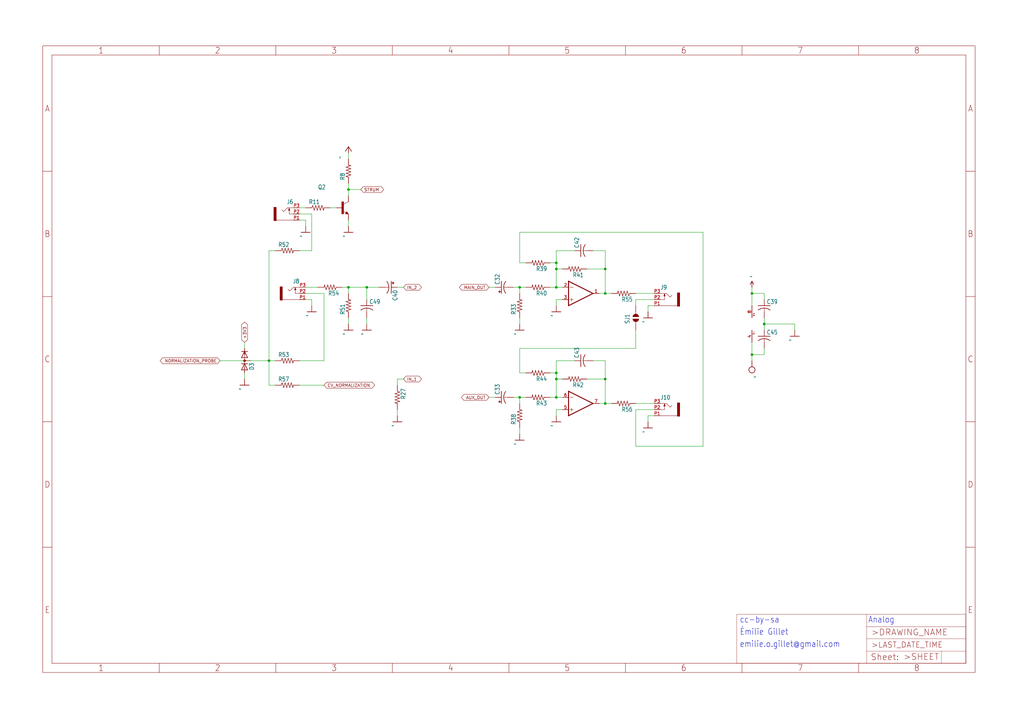
<source format=kicad_sch>
(kicad_sch (version 20211123) (generator eeschema)
  (paper "User" 425.45 299.161)
  (lib_symbols
    (symbol "rings_v30-eagle-import:+3V3" (power)
      (property "Value" "+3V3" (at -2.54 -5.08 90))
      (symbol "+3V3_1_0"
        (polyline (pts (xy 0 0) (xy -1.27 -1.905)) (stroke (width 0.254)))
        (polyline (pts (xy 1.27 -1.905) (xy 0 0)) (stroke (width 0.254)))
        (pin power_in line (at 0 -2.54 90) (length 2.54) (name "+3V3") (number "1"))
      )
    )
    (symbol "rings_v30-eagle-import:-NPN-SOT23-BEC"
      (property "Reference" "T" (at -10.16 7.62 0))
      (property "Value" "-NPN-SOT23-BEC" (at -10.16 5.08 0))
      (symbol "-NPN-SOT23-BEC_1_0"
        (rectangle (start -0.254 -2.54) (end 0.508 2.54) (fill (type outline)))
        (polyline (pts (xy 1.27 -2.54) (xy 1.778 -1.524)) (stroke (width 0.1524)))
        (polyline (pts (xy 1.524 -2.413) (xy 2.286 -2.413)) (stroke (width 0.254)))
        (polyline (pts (xy 1.524 -2.286) (xy 1.905 -2.286)) (stroke (width 0.254)))
        (polyline (pts (xy 1.54 -2.04) (xy 0.308 -1.424)) (stroke (width 0.1524)))
        (polyline (pts (xy 1.778 -1.778) (xy 1.524 -2.286)) (stroke (width 0.254)))
        (polyline (pts (xy 1.778 -1.524) (xy 2.54 -2.54)) (stroke (width 0.1524)))
        (polyline (pts (xy 1.905 -2.286) (xy 1.778 -2.032)) (stroke (width 0.254)))
        (polyline (pts (xy 2.286 -2.413) (xy 1.778 -1.778)) (stroke (width 0.254)))
        (polyline (pts (xy 2.54 -2.54) (xy 1.27 -2.54)) (stroke (width 0.1524)))
        (polyline (pts (xy 2.54 2.54) (xy 0.508 1.524)) (stroke (width 0.1524)))
        (pin passive line (at -2.54 0 0) (length 2.54) (name "B") (number "B"))
        (pin passive line (at 2.54 5.08 270) (length 2.54) (name "C") (number "C"))
        (pin passive line (at 2.54 -5.08 90) (length 2.54) (name "E") (number "E"))
      )
    )
    (symbol "rings_v30-eagle-import:A3L-LOC"
      (symbol "A3L-LOC_0_0"
        (polyline (pts (xy 0 52.07) (xy 3.81 52.07)))
        (polyline (pts (xy 0 104.14) (xy 3.81 104.14)))
        (polyline (pts (xy 0 156.21) (xy 3.81 156.21)))
        (polyline (pts (xy 0 208.28) (xy 3.81 208.28)))
        (polyline (pts (xy 3.81 3.81) (xy 3.81 256.54)))
        (polyline (pts (xy 48.4188 0) (xy 48.4188 3.81)))
        (polyline (pts (xy 48.4188 256.54) (xy 48.4188 260.35)))
        (polyline (pts (xy 96.8375 0) (xy 96.8375 3.81)))
        (polyline (pts (xy 96.8375 256.54) (xy 96.8375 260.35)))
        (polyline (pts (xy 145.2563 0) (xy 145.2563 3.81)))
        (polyline (pts (xy 145.2563 256.54) (xy 145.2563 260.35)))
        (polyline (pts (xy 193.675 0) (xy 193.675 3.81)))
        (polyline (pts (xy 193.675 256.54) (xy 193.675 260.35)))
        (polyline (pts (xy 242.0938 0) (xy 242.0938 3.81)))
        (polyline (pts (xy 242.0938 256.54) (xy 242.0938 260.35)))
        (polyline (pts (xy 290.5125 0) (xy 290.5125 3.81)))
        (polyline (pts (xy 290.5125 256.54) (xy 290.5125 260.35)))
        (polyline (pts (xy 338.9313 0) (xy 338.9313 3.81)))
        (polyline (pts (xy 338.9313 256.54) (xy 338.9313 260.35)))
        (polyline (pts (xy 383.54 3.81) (xy 3.81 3.81)))
        (polyline (pts (xy 383.54 3.81) (xy 383.54 256.54)))
        (polyline (pts (xy 383.54 52.07) (xy 387.35 52.07)))
        (polyline (pts (xy 383.54 104.14) (xy 387.35 104.14)))
        (polyline (pts (xy 383.54 156.21) (xy 387.35 156.21)))
        (polyline (pts (xy 383.54 208.28) (xy 387.35 208.28)))
        (polyline (pts (xy 383.54 256.54) (xy 3.81 256.54)))
        (polyline (pts (xy 0 0) (xy 387.35 0) (xy 387.35 260.35) (xy 0 260.35) (xy 0 0)))
        (text "1" (at 24.2094 1.905 0) (effects (font (size 2.54 2.286))))
        (text "1" (at 24.2094 258.445 0) (effects (font (size 2.54 2.286))))
        (text "2" (at 72.6281 1.905 0) (effects (font (size 2.54 2.286))))
        (text "2" (at 72.6281 258.445 0) (effects (font (size 2.54 2.286))))
        (text "3" (at 121.0469 1.905 0) (effects (font (size 2.54 2.286))))
        (text "3" (at 121.0469 258.445 0) (effects (font (size 2.54 2.286))))
        (text "4" (at 169.4656 1.905 0) (effects (font (size 2.54 2.286))))
        (text "4" (at 169.4656 258.445 0) (effects (font (size 2.54 2.286))))
        (text "5" (at 217.8844 1.905 0) (effects (font (size 2.54 2.286))))
        (text "5" (at 217.8844 258.445 0) (effects (font (size 2.54 2.286))))
        (text "6" (at 266.3031 1.905 0) (effects (font (size 2.54 2.286))))
        (text "6" (at 266.3031 258.445 0) (effects (font (size 2.54 2.286))))
        (text "7" (at 314.7219 1.905 0) (effects (font (size 2.54 2.286))))
        (text "7" (at 314.7219 258.445 0) (effects (font (size 2.54 2.286))))
        (text "8" (at 363.1406 1.905 0) (effects (font (size 2.54 2.286))))
        (text "8" (at 363.1406 258.445 0) (effects (font (size 2.54 2.286))))
        (text "A" (at 1.905 234.315 0) (effects (font (size 2.54 2.286))))
        (text "A" (at 385.445 234.315 0) (effects (font (size 2.54 2.286))))
        (text "B" (at 1.905 182.245 0) (effects (font (size 2.54 2.286))))
        (text "B" (at 385.445 182.245 0) (effects (font (size 2.54 2.286))))
        (text "C" (at 1.905 130.175 0) (effects (font (size 2.54 2.286))))
        (text "C" (at 385.445 130.175 0) (effects (font (size 2.54 2.286))))
        (text "D" (at 1.905 78.105 0) (effects (font (size 2.54 2.286))))
        (text "D" (at 385.445 78.105 0) (effects (font (size 2.54 2.286))))
        (text "E" (at 1.905 26.035 0) (effects (font (size 2.54 2.286))))
        (text "E" (at 385.445 26.035 0) (effects (font (size 2.54 2.286))))
      )
      (symbol "A3L-LOC_1_0"
        (polyline (pts (xy 288.29 3.81) (xy 288.29 24.13)) (stroke (width 0.1016)))
        (polyline (pts (xy 288.29 3.81) (xy 342.265 3.81)) (stroke (width 0.1016)))
        (polyline (pts (xy 288.29 24.13) (xy 342.265 24.13)) (stroke (width 0.1016)))
        (polyline (pts (xy 342.265 3.81) (xy 373.38 3.81)) (stroke (width 0.1016)))
        (polyline (pts (xy 342.265 8.89) (xy 342.265 3.81)) (stroke (width 0.1016)))
        (polyline (pts (xy 342.265 8.89) (xy 342.265 13.97)) (stroke (width 0.1016)))
        (polyline (pts (xy 342.265 13.97) (xy 342.265 19.05)) (stroke (width 0.1016)))
        (polyline (pts (xy 342.265 13.97) (xy 383.54 13.97)) (stroke (width 0.1016)))
        (polyline (pts (xy 342.265 19.05) (xy 342.265 24.13)) (stroke (width 0.1016)))
        (polyline (pts (xy 342.265 19.05) (xy 383.54 19.05)) (stroke (width 0.1016)))
        (polyline (pts (xy 342.265 24.13) (xy 383.54 24.13)) (stroke (width 0.1016)))
        (polyline (pts (xy 373.38 3.81) (xy 373.38 8.89)) (stroke (width 0.1016)))
        (polyline (pts (xy 373.38 3.81) (xy 383.54 3.81)) (stroke (width 0.1016)))
        (polyline (pts (xy 373.38 8.89) (xy 342.265 8.89)) (stroke (width 0.1016)))
        (polyline (pts (xy 373.38 8.89) (xy 383.54 8.89)) (stroke (width 0.1016)))
        (polyline (pts (xy 383.54 3.81) (xy 383.54 8.89)) (stroke (width 0.1016)))
        (polyline (pts (xy 383.54 8.89) (xy 383.54 13.97)) (stroke (width 0.1016)))
        (polyline (pts (xy 383.54 13.97) (xy 383.54 19.05)) (stroke (width 0.1016)))
        (polyline (pts (xy 383.54 19.05) (xy 383.54 24.13)) (stroke (width 0.1016)))
        (text ">DRAWING_NAME" (at 344.17 15.24 0) (effects (font (size 2.54 2.54)) (justify left bottom)))
        (text ">LAST_DATE_TIME" (at 344.17 10.16 0) (effects (font (size 2.286 2.286)) (justify left bottom)))
        (text ">SHEET" (at 357.505 5.08 0) (effects (font (size 2.54 2.54)) (justify left bottom)))
        (text "Sheet:" (at 343.916 4.953 0) (effects (font (size 2.54 2.54)) (justify left bottom)))
      )
    )
    (symbol "rings_v30-eagle-import:C-USC0603"
      (property "Reference" "C" (at 1.016 0.635 0))
      (property "Value" "C-USC0603" (at 1.016 -4.191 0))
      (symbol "C-USC0603_1_0"
        (arc (start 0 -1.0161) (mid -1.302 -1.2303) (end -2.4668 -1.8504) (stroke (width 0.254)))
        (polyline (pts (xy -2.54 0) (xy 2.54 0)) (stroke (width 0.254)))
        (polyline (pts (xy 0 -1.016) (xy 0 -2.54)) (stroke (width 0.1524)))
        (arc (start 2.4892 -1.8542) (mid 1.3158 -1.2195) (end 0 -1) (stroke (width 0.254)))
        (pin passive line (at 0 2.54 270) (length 2.54) (name "1") (number "1"))
        (pin passive line (at 0 -5.08 90) (length 2.54) (name "2") (number "2"))
      )
    )
    (symbol "rings_v30-eagle-import:CPOL-USA"
      (property "Reference" "C" (at 1.016 0.635 0))
      (property "Value" "CPOL-USA" (at 1.016 -4.191 0))
      (symbol "CPOL-USA_1_0"
        (rectangle (start -2.253 0.668) (end -1.364 0.795) (fill (type outline)))
        (rectangle (start -1.872 0.287) (end -1.745 1.176) (fill (type outline)))
        (arc (start 0 -1.0161) (mid -1.3021 -1.2302) (end -2.4669 -1.8504) (stroke (width 0.254)))
        (polyline (pts (xy -2.54 0) (xy 2.54 0)) (stroke (width 0.254)))
        (polyline (pts (xy 0 -1.016) (xy 0 -2.54)) (stroke (width 0.1524)))
        (arc (start 2.4892 -1.8542) (mid 1.3158 -1.2195) (end 0 -1) (stroke (width 0.254)))
        (pin passive line (at 0 2.54 270) (length 2.54) (name "+") (number "+"))
        (pin passive line (at 0 -5.08 90) (length 2.54) (name "-") (number "-"))
      )
    )
    (symbol "rings_v30-eagle-import:DIODE_2CACA-SOT23"
      (property "Reference" "D" (at 0.762 2.0066 0))
      (property "Value" "DIODE_2CACA-SOT23" (at -4.826 -3.4544 0))
      (symbol "DIODE_2CACA-SOT23_1_0"
        (polyline (pts (xy -3.81 -1.27) (xy -3.81 0)) (stroke (width 0.254)))
        (polyline (pts (xy -3.81 0) (xy -3.81 1.27)) (stroke (width 0.254)))
        (polyline (pts (xy -3.81 0) (xy -1.27 -1.27)) (stroke (width 0.254)))
        (polyline (pts (xy -3.81 0) (xy 1.27 0)) (stroke (width 0.1524)))
        (polyline (pts (xy -2.54 0) (xy -3.81 0)) (stroke (width 0.1524)))
        (polyline (pts (xy -1.27 -1.27) (xy -1.27 1.27)) (stroke (width 0.254)))
        (polyline (pts (xy -1.27 1.27) (xy -3.81 0)) (stroke (width 0.254)))
        (polyline (pts (xy 1.27 -1.27) (xy 1.27 0)) (stroke (width 0.254)))
        (polyline (pts (xy 1.27 0) (xy 1.27 1.27)) (stroke (width 0.254)))
        (polyline (pts (xy 1.27 0) (xy 3.81 -1.27)) (stroke (width 0.254)))
        (polyline (pts (xy 2.54 0) (xy 1.27 0)) (stroke (width 0.1524)))
        (polyline (pts (xy 3.81 -1.27) (xy 3.81 1.27)) (stroke (width 0.254)))
        (polyline (pts (xy 3.81 1.27) (xy 1.27 0)) (stroke (width 0.254)))
        (circle (center 0 0) (radius 0.127) (stroke (width 0.4064)))
        (pin passive line (at 5.08 0 180) (length 2.54) (name "A") (number "1"))
        (pin passive line (at -5.08 0 0) (length 2.54) (name "C") (number "2"))
        (pin passive line (at 0 2.54 270) (length 2.54) (name "AC") (number "3"))
      )
    )
    (symbol "rings_v30-eagle-import:GND" (power)
      (property "Value" "GND" (at -2.54 -2.54 0))
      (symbol "GND_1_0"
        (polyline (pts (xy -1.905 0) (xy 1.905 0)) (stroke (width 0.254)))
        (pin power_in line (at 0 2.54 270) (length 2.54) (name "GND") (number "1"))
      )
    )
    (symbol "rings_v30-eagle-import:PJ301_THONKICONN6"
      (property "Reference" "J" (at -2.54 4.064 0))
      (symbol "PJ301_THONKICONN6_1_0"
        (polyline (pts (xy -2.54 -2.54) (xy 4.572 -2.54)) (stroke (width 0.1524)))
        (polyline (pts (xy -2.54 0) (xy -0.762 0)) (stroke (width 0.1524)))
        (polyline (pts (xy -2.54 2.54) (xy 0 2.54)) (stroke (width 0.1524)))
        (polyline (pts (xy -1.016 1.524) (xy -0.508 1.524)) (stroke (width 0.254)))
        (polyline (pts (xy -0.762 0) (xy -0.762 2.286)) (stroke (width 0.1524)))
        (polyline (pts (xy -0.762 2.286) (xy -1.016 1.524)) (stroke (width 0.254)))
        (polyline (pts (xy -0.508 1.524) (xy -0.762 2.286)) (stroke (width 0.254)))
        (polyline (pts (xy 0 2.54) (xy 1.524 1.016)) (stroke (width 0.1524)))
        (polyline (pts (xy 1.524 1.016) (xy 2.286 1.778)) (stroke (width 0.1524)))
        (rectangle (start 4.572 2.794) (end 5.588 -2.794) (fill (type outline)))
        (pin passive line (at -5.08 -2.54 0) (length 2.54) (name "1") (number "P1"))
        (pin passive line (at -5.08 0 0) (length 2.54) (name "2") (number "P2"))
        (pin passive line (at -5.08 2.54 0) (length 2.54) (name "3") (number "P3"))
      )
    )
    (symbol "rings_v30-eagle-import:R-US_R0603"
      (property "Reference" "R" (at -3.81 1.4986 0))
      (property "Value" "R-US_R0603" (at -3.81 -3.302 0))
      (symbol "R-US_R0603_1_0"
        (polyline (pts (xy -2.54 0) (xy -2.159 1.016)) (stroke (width 0.2032)))
        (polyline (pts (xy -2.159 1.016) (xy -1.524 -1.016)) (stroke (width 0.2032)))
        (polyline (pts (xy -1.524 -1.016) (xy -0.889 1.016)) (stroke (width 0.2032)))
        (polyline (pts (xy -0.889 1.016) (xy -0.254 -1.016)) (stroke (width 0.2032)))
        (polyline (pts (xy -0.254 -1.016) (xy 0.381 1.016)) (stroke (width 0.2032)))
        (polyline (pts (xy 0.381 1.016) (xy 1.016 -1.016)) (stroke (width 0.2032)))
        (polyline (pts (xy 1.016 -1.016) (xy 1.651 1.016)) (stroke (width 0.2032)))
        (polyline (pts (xy 1.651 1.016) (xy 2.286 -1.016)) (stroke (width 0.2032)))
        (polyline (pts (xy 2.286 -1.016) (xy 2.54 0)) (stroke (width 0.2032)))
        (pin passive line (at -5.08 0 0) (length 2.54) (name "1") (number "1"))
        (pin passive line (at 5.08 0 180) (length 2.54) (name "2") (number "2"))
      )
    )
    (symbol "rings_v30-eagle-import:SOLDERJUMPERNC2"
      (property "Reference" "SJ" (at -2.54 2.54 0))
      (symbol "SOLDERJUMPERNC2_1_0"
        (arc (start -0.381 1.2699) (mid -1.6508 0) (end -0.381 -1.2699) (stroke (width 0.0001)) (fill (type outline)))
        (polyline (pts (xy -2.54 0) (xy -1.651 0)) (stroke (width 0.1524)))
        (polyline (pts (xy 2.54 0) (xy 1.651 0)) (stroke (width 0.1524)))
        (arc (start 0.381 -1.2699) (mid 1.6508 0) (end 0.381 1.2699) (stroke (width 0.0001)) (fill (type outline)))
        (pin passive line (at -5.08 0 0) (length 2.54) (name "1") (number "1"))
        (pin passive line (at 5.08 0 180) (length 2.54) (name "2") (number "2"))
      )
    )
    (symbol "rings_v30-eagle-import:TL072D"
      (symbol "TL072D_1_0"
        (polyline (pts (xy -5.08 -5.08) (xy 5.08 0)) (stroke (width 0.4064)))
        (polyline (pts (xy -5.08 5.08) (xy -5.08 -5.08)) (stroke (width 0.4064)))
        (polyline (pts (xy -4.445 -2.54) (xy -3.175 -2.54)) (stroke (width 0.1524)))
        (polyline (pts (xy -4.445 2.54) (xy -3.175 2.54)) (stroke (width 0.1524)))
        (polyline (pts (xy -3.81 3.175) (xy -3.81 1.905)) (stroke (width 0.1524)))
        (polyline (pts (xy 5.08 0) (xy -5.08 5.08)) (stroke (width 0.4064)))
        (pin output line (at 7.62 0 180) (length 2.54) (name "OUT") (number "1"))
        (pin input line (at -7.62 -2.54 0) (length 2.54) (name "-IN") (number "2"))
        (pin input line (at -7.62 2.54 0) (length 2.54) (name "+IN") (number "3"))
      )
      (symbol "TL072D_2_0"
        (polyline (pts (xy -5.08 -5.08) (xy 5.08 0)) (stroke (width 0.4064)))
        (polyline (pts (xy -5.08 5.08) (xy -5.08 -5.08)) (stroke (width 0.4064)))
        (polyline (pts (xy -4.445 -2.54) (xy -3.175 -2.54)) (stroke (width 0.1524)))
        (polyline (pts (xy -4.445 2.54) (xy -3.175 2.54)) (stroke (width 0.1524)))
        (polyline (pts (xy -3.81 3.175) (xy -3.81 1.905)) (stroke (width 0.1524)))
        (polyline (pts (xy 5.08 0) (xy -5.08 5.08)) (stroke (width 0.4064)))
        (pin input line (at -7.62 2.54 0) (length 2.54) (name "+IN") (number "5"))
        (pin input line (at -7.62 -2.54 0) (length 2.54) (name "-IN") (number "6"))
        (pin output line (at 7.62 0 180) (length 2.54) (name "OUT") (number "7"))
      )
      (symbol "TL072D_3_0"
        (text "V+" (at 1.27 3.175 900) (effects (font (size 0.8128 0.6908)) (justify left bottom)))
        (text "V-" (at 1.27 -4.445 900) (effects (font (size 0.8128 0.6908)) (justify left bottom)))
        (pin power_in line (at 0 -7.62 90) (length 5.08) (name "V-") (number "4"))
        (pin power_in line (at 0 7.62 270) (length 5.08) (name "V+") (number "8"))
      )
    )
    (symbol "rings_v30-eagle-import:VCC" (power)
      (property "Value" "VCC" (at -1.016 3.556 0))
      (symbol "VCC_1_0"
        (polyline (pts (xy 0 2.54) (xy -0.762 1.27)) (stroke (width 0.254)))
        (polyline (pts (xy 0.762 1.27) (xy 0 2.54)) (stroke (width 0.254)))
        (pin power_in line (at 0 0 90) (length 2.54) (name "VCC") (number "1"))
      )
    )
    (symbol "rings_v30-eagle-import:VEE" (power)
      (property "Value" "VEE" (at -1.905 3.175 0))
      (symbol "VEE_1_0"
        (circle (center 0 1.27) (radius 1.27) (stroke (width 0.254)))
        (pin power_in line (at 0 -2.54 90) (length 2.54) (name "VEE") (number "1"))
      )
    )
  )
  (junction (at 251.46 111.76))
  (junction (at 251.46 157.48))
  (junction (at 111.76 149.86))
  (junction (at 215.9 165.1))
  (junction (at 144.78 78.74))
  (junction (at 231.14 154.94))
  (junction (at 215.9 119.38))
  (junction (at 312.42 147.32))
  (junction (at 251.46 167.64))
  (junction (at 152.4 119.38))
  (junction (at 251.46 121.92))
  (junction (at 231.14 157.48))
  (junction (at 231.14 165.1))
  (junction (at 317.5 134.62))
  (junction (at 144.78 119.38))
  (junction (at 312.42 121.92))
  (junction (at 231.14 109.22))
  (junction (at 231.14 119.38))
  (junction (at 231.14 111.76))
  (wire (pts (xy 312.42 147.32) (xy 312.42 149.86)))
  (wire (pts (xy 213.36 165.1) (xy 215.9 165.1)))
  (wire (pts (xy 231.14 119.38) (xy 231.14 111.76)))
  (wire (pts (xy 317.5 134.62) (xy 330.2 134.62)))
  (wire (pts (xy 231.14 157.48) (xy 231.14 154.94)))
  (wire (pts (xy 292.1 185.42) (xy 292.1 96.52)))
  (wire (pts (xy 165.1 157.48) (xy 167.64 157.48)))
  (wire (pts (xy 317.5 134.62) (xy 317.5 137.16)))
  (wire (pts (xy 231.14 111.76) (xy 233.68 111.76)))
  (wire (pts (xy 205.74 165.1) (xy 203.2 165.1)))
  (wire (pts (xy 142.24 119.38) (xy 144.78 119.38)))
  (wire (pts (xy 246.38 149.86) (xy 251.46 149.86)))
  (wire (pts (xy 231.14 154.94) (xy 231.14 149.86)))
  (wire (pts (xy 127 91.44) (xy 127 93.98)))
  (wire (pts (xy 231.14 109.22) (xy 231.14 104.14)))
  (wire (pts (xy 144.78 119.38) (xy 144.78 121.92)))
  (wire (pts (xy 264.16 137.16) (xy 264.16 144.78)))
  (wire (pts (xy 251.46 167.64) (xy 254 167.64)))
  (wire (pts (xy 231.14 124.46) (xy 231.14 127)))
  (wire (pts (xy 205.74 119.38) (xy 203.2 119.38)))
  (wire (pts (xy 231.14 170.18) (xy 231.14 172.72)))
  (wire (pts (xy 264.16 185.42) (xy 292.1 185.42)))
  (wire (pts (xy 124.46 86.36) (xy 127 86.36)))
  (wire (pts (xy 251.46 104.14) (xy 251.46 111.76)))
  (wire (pts (xy 124.46 91.44) (xy 127 91.44)))
  (wire (pts (xy 165.1 170.18) (xy 165.1 172.72)))
  (wire (pts (xy 264.16 170.18) (xy 264.16 185.42)))
  (wire (pts (xy 312.42 127) (xy 312.42 121.92)))
  (wire (pts (xy 269.24 127) (xy 269.24 129.54)))
  (wire (pts (xy 127 121.92) (xy 134.62 121.92)))
  (wire (pts (xy 231.14 119.38) (xy 233.68 119.38)))
  (wire (pts (xy 228.6 165.1) (xy 231.14 165.1)))
  (wire (pts (xy 124.46 160.02) (xy 134.62 160.02)))
  (wire (pts (xy 251.46 149.86) (xy 251.46 157.48)))
  (wire (pts (xy 152.4 132.08) (xy 152.4 134.62)))
  (wire (pts (xy 292.1 96.52) (xy 215.9 96.52)))
  (wire (pts (xy 165.1 160.02) (xy 165.1 157.48)))
  (wire (pts (xy 264.16 167.64) (xy 271.78 167.64)))
  (wire (pts (xy 152.4 119.38) (xy 157.48 119.38)))
  (wire (pts (xy 215.9 165.1) (xy 215.9 167.64)))
  (wire (pts (xy 215.9 165.1) (xy 218.44 165.1)))
  (wire (pts (xy 269.24 172.72) (xy 269.24 175.26)))
  (wire (pts (xy 144.78 132.08) (xy 144.78 134.62)))
  (wire (pts (xy 101.6 154.94) (xy 101.6 157.48)))
  (wire (pts (xy 144.78 91.44) (xy 144.78 93.98)))
  (wire (pts (xy 215.9 119.38) (xy 218.44 119.38)))
  (wire (pts (xy 271.78 170.18) (xy 264.16 170.18)))
  (wire (pts (xy 251.46 121.92) (xy 248.92 121.92)))
  (wire (pts (xy 231.14 165.1) (xy 231.14 157.48)))
  (wire (pts (xy 233.68 170.18) (xy 231.14 170.18)))
  (wire (pts (xy 231.14 157.48) (xy 233.68 157.48)))
  (wire (pts (xy 317.5 147.32) (xy 317.5 144.78)))
  (wire (pts (xy 101.6 144.78) (xy 101.6 142.24)))
  (wire (pts (xy 111.76 149.86) (xy 111.76 160.02)))
  (wire (pts (xy 129.54 124.46) (xy 129.54 127)))
  (wire (pts (xy 127 119.38) (xy 132.08 119.38)))
  (wire (pts (xy 231.14 149.86) (xy 238.76 149.86)))
  (wire (pts (xy 215.9 144.78) (xy 215.9 154.94)))
  (wire (pts (xy 312.42 121.92) (xy 317.5 121.92)))
  (wire (pts (xy 91.44 149.86) (xy 111.76 149.86)))
  (wire (pts (xy 231.14 104.14) (xy 238.76 104.14)))
  (wire (pts (xy 215.9 132.08) (xy 215.9 134.62)))
  (wire (pts (xy 312.42 142.24) (xy 312.42 147.32)))
  (wire (pts (xy 251.46 121.92) (xy 254 121.92)))
  (wire (pts (xy 111.76 104.14) (xy 111.76 149.86)))
  (wire (pts (xy 264.16 127) (xy 264.16 124.46)))
  (wire (pts (xy 111.76 160.02) (xy 114.3 160.02)))
  (wire (pts (xy 231.14 111.76) (xy 231.14 109.22)))
  (wire (pts (xy 144.78 78.74) (xy 149.86 78.74)))
  (wire (pts (xy 264.16 121.92) (xy 271.78 121.92)))
  (wire (pts (xy 213.36 119.38) (xy 215.9 119.38)))
  (wire (pts (xy 215.9 96.52) (xy 215.9 109.22)))
  (wire (pts (xy 129.54 88.9) (xy 124.46 88.9)))
  (wire (pts (xy 243.84 157.48) (xy 251.46 157.48)))
  (wire (pts (xy 152.4 119.38) (xy 152.4 124.46)))
  (wire (pts (xy 215.9 119.38) (xy 215.9 121.92)))
  (wire (pts (xy 246.38 104.14) (xy 251.46 104.14)))
  (wire (pts (xy 144.78 78.74) (xy 144.78 76.2)))
  (wire (pts (xy 312.42 147.32) (xy 317.5 147.32)))
  (wire (pts (xy 271.78 124.46) (xy 264.16 124.46)))
  (wire (pts (xy 124.46 149.86) (xy 134.62 149.86)))
  (wire (pts (xy 114.3 104.14) (xy 111.76 104.14)))
  (wire (pts (xy 228.6 109.22) (xy 231.14 109.22)))
  (wire (pts (xy 165.1 119.38) (xy 167.64 119.38)))
  (wire (pts (xy 144.78 81.28) (xy 144.78 78.74)))
  (wire (pts (xy 124.46 104.14) (xy 129.54 104.14)))
  (wire (pts (xy 233.68 124.46) (xy 231.14 124.46)))
  (wire (pts (xy 317.5 132.08) (xy 317.5 134.62)))
  (wire (pts (xy 251.46 157.48) (xy 251.46 167.64)))
  (wire (pts (xy 312.42 121.92) (xy 312.42 119.38)))
  (wire (pts (xy 215.9 177.8) (xy 215.9 180.34)))
  (wire (pts (xy 330.2 134.62) (xy 330.2 137.16)))
  (wire (pts (xy 264.16 144.78) (xy 215.9 144.78)))
  (wire (pts (xy 271.78 172.72) (xy 269.24 172.72)))
  (wire (pts (xy 111.76 149.86) (xy 114.3 149.86)))
  (wire (pts (xy 144.78 119.38) (xy 152.4 119.38)))
  (wire (pts (xy 243.84 111.76) (xy 251.46 111.76)))
  (wire (pts (xy 251.46 111.76) (xy 251.46 121.92)))
  (wire (pts (xy 271.78 127) (xy 269.24 127)))
  (wire (pts (xy 137.16 86.36) (xy 139.7 86.36)))
  (wire (pts (xy 317.5 121.92) (xy 317.5 124.46)))
  (wire (pts (xy 127 124.46) (xy 129.54 124.46)))
  (wire (pts (xy 215.9 109.22) (xy 218.44 109.22)))
  (wire (pts (xy 144.78 66.04) (xy 144.78 63.5)))
  (wire (pts (xy 228.6 119.38) (xy 231.14 119.38)))
  (wire (pts (xy 251.46 167.64) (xy 248.92 167.64)))
  (wire (pts (xy 228.6 154.94) (xy 231.14 154.94)))
  (wire (pts (xy 129.54 104.14) (xy 129.54 88.9)))
  (wire (pts (xy 215.9 154.94) (xy 218.44 154.94)))
  (wire (pts (xy 134.62 149.86) (xy 134.62 121.92)))
  (wire (pts (xy 231.14 165.1) (xy 233.68 165.1)))
  (text "cc-by-sa" (at 307.34 259.08 180) (effects (font (size 2.54 2.159)) (justify left bottom)))
  (text "emilie.o.gillet@gmail.com" (at 307.34 269.24 180) (effects (font (size 2.54 2.159)) (justify left bottom)))
  (text "Émilie Gillet" (at 307.34 264.16 180) (effects (font (size 2.54 2.159)) (justify left bottom)))
  (text "Analog" (at 360.68 259.08 180) (effects (font (size 2.54 2.159)) (justify left bottom)))
  (global_label "STRUM" (shape bidirectional) (at 149.86 78.74 0) (effects (font (size 1.2446 1.2446))) (property "Intersheet References" "${INTERSHEET_REFS}" (effects hide)))
  (global_label "NORMALIZATION_PROBE" (shape bidirectional) (at 91.44 149.86 180) (effects (font (size 1.2446 1.2446))) (property "Intersheet References" "${INTERSHEET_REFS}" (effects hide)))
  (global_label "IN_2" (shape bidirectional) (at 167.64 119.38 0) (effects (font (size 1.2446 1.2446))) (property "Intersheet References" "${INTERSHEET_REFS}" (effects hide)))
  (global_label "IN_1" (shape bidirectional) (at 167.64 157.48 0) (effects (font (size 1.2446 1.2446))) (property "Intersheet References" "${INTERSHEET_REFS}" (effects hide)))
  (global_label "CV_NORMALIZATION" (shape bidirectional) (at 134.62 160.02 0) (effects (font (size 1.2446 1.2446))) (property "Intersheet References" "${INTERSHEET_REFS}" (effects hide)))
  (global_label "MAIN_OUT" (shape bidirectional) (at 203.2 119.38 180) (effects (font (size 1.2446 1.2446))) (property "Intersheet References" "${INTERSHEET_REFS}" (effects hide)))
  (global_label "AUX_OUT" (shape bidirectional) (at 203.2 165.1 180) (effects (font (size 1.2446 1.2446))) (property "Intersheet References" "${INTERSHEET_REFS}" (effects hide)))
  (global_label "+3V3" (shape bidirectional) (at 101.6 142.24 90) (effects (font (size 1.2446 1.2446))) (property "Intersheet References" "${INTERSHEET_REFS}" (effects hide)))
  (symbol (lib_id "rings_v30-eagle-import:-NPN-SOT23-BEC") (at 142.24 86.36 0) (unit 1)
    (property "Reference" "Q2" (at 132.08 78.74 0) (effects (font (size 1.778 1.5113)) (justify left bottom)))
  )
  (symbol (lib_id "rings_v30-eagle-import:R-US_R0603") (at 238.76 111.76 180) (unit 1)
    (property "Reference" "R41" (at 242.57 113.2586 0) (effects (font (size 1.778 1.5113)) (justify left bottom)))
  )
  (symbol (lib_id "rings_v30-eagle-import:TL072D") (at 312.42 134.62 0) (unit 3)
    (property "Reference" "IC8" (effects hide))
  )
  (symbol (lib_id "rings_v30-eagle-import:CPOL-USA") (at 162.56 119.38 270) (unit 1)
    (property "Reference" "C40" (at 163.195 120.396 0) (effects (font (size 1.778 1.5113)) (justify left bottom)))
  )
  (symbol (lib_id "rings_v30-eagle-import:GND") (at 330.2 139.7 0) (unit 1)
    (property "Reference" "#GND41" (effects hide))
  )
  (symbol (lib_id "rings_v30-eagle-import:GND") (at 144.78 137.16 0) (unit 1)
    (property "Reference" "#GND29" (effects hide))
  )
  (symbol (lib_id "rings_v30-eagle-import:CPOL-USA") (at 208.28 165.1 90) (unit 1)
    (property "Reference" "C33" (at 207.645 164.084 0) (effects (font (size 1.778 1.5113)) (justify left bottom)))
  )
  (symbol (lib_id "rings_v30-eagle-import:R-US_R0603") (at 119.38 104.14 0) (unit 1)
    (property "Reference" "R52" (at 115.57 102.6414 0) (effects (font (size 1.778 1.5113)) (justify left bottom)))
  )
  (symbol (lib_id "rings_v30-eagle-import:PJ301_THONKICONN6") (at 276.86 170.18 0) (unit 1)
    (property "Reference" "J10" (at 274.32 166.116 0) (effects (font (size 1.778 1.5113)) (justify left bottom)))
  )
  (symbol (lib_id "rings_v30-eagle-import:PJ301_THONKICONN6") (at 121.92 121.92 0) (mirror y) (unit 1)
    (property "Reference" "J8" (at 124.46 117.856 0) (effects (font (size 1.778 1.5113)) (justify left bottom)))
  )
  (symbol (lib_id "rings_v30-eagle-import:GND") (at 144.78 96.52 0) (unit 1)
    (property "Reference" "#GND42" (effects hide))
  )
  (symbol (lib_id "rings_v30-eagle-import:R-US_R0603") (at 137.16 119.38 180) (unit 1)
    (property "Reference" "R54" (at 140.97 120.8786 0) (effects (font (size 1.778 1.5113)) (justify left bottom)))
  )
  (symbol (lib_id "rings_v30-eagle-import:C-USC0603") (at 241.3 149.86 90) (unit 1)
    (property "Reference" "C43" (at 240.665 148.844 0) (effects (font (size 1.778 1.5113)) (justify left bottom)))
  )
  (symbol (lib_id "rings_v30-eagle-import:C-USC0603") (at 317.5 139.7 0) (unit 1)
    (property "Reference" "C45" (at 318.516 139.065 0) (effects (font (size 1.778 1.5113)) (justify left bottom)))
  )
  (symbol (lib_id "rings_v30-eagle-import:GND") (at 231.14 175.26 0) (unit 1)
    (property "Reference" "#GND32" (effects hide))
  )
  (symbol (lib_id "rings_v30-eagle-import:GND") (at 231.14 129.54 0) (unit 1)
    (property "Reference" "#GND38" (effects hide))
  )
  (symbol (lib_id "rings_v30-eagle-import:C-USC0603") (at 317.5 127 0) (unit 1)
    (property "Reference" "C39" (at 318.516 126.365 0) (effects (font (size 1.778 1.5113)) (justify left bottom)))
  )
  (symbol (lib_id "rings_v30-eagle-import:R-US_R0603") (at 165.1 165.1 270) (unit 1)
    (property "Reference" "R27" (at 166.5986 161.29 0) (effects (font (size 1.778 1.5113)) (justify left bottom)))
  )
  (symbol (lib_id "rings_v30-eagle-import:GND") (at 129.54 129.54 0) (unit 1)
    (property "Reference" "#GND27" (effects hide))
  )
  (symbol (lib_id "rings_v30-eagle-import:R-US_R0603") (at 132.08 86.36 0) (unit 1)
    (property "Reference" "R11" (at 128.27 84.8614 0) (effects (font (size 1.778 1.5113)) (justify left bottom)))
  )
  (symbol (lib_id "rings_v30-eagle-import:CPOL-USA") (at 208.28 119.38 90) (unit 1)
    (property "Reference" "C32" (at 207.645 118.364 0) (effects (font (size 1.778 1.5113)) (justify left bottom)))
  )
  (symbol (lib_id "rings_v30-eagle-import:DIODE_2CACA-SOT23") (at 101.6 149.86 270) (unit 1)
    (property "Reference" "D3" (at 103.6066 150.622 0) (effects (font (size 1.778 1.5113)) (justify left bottom)))
  )
  (symbol (lib_id "rings_v30-eagle-import:R-US_R0603") (at 215.9 127 90) (unit 1)
    (property "Reference" "R33" (at 214.4014 130.81 0) (effects (font (size 1.778 1.5113)) (justify left bottom)))
  )
  (symbol (lib_id "rings_v30-eagle-import:GND") (at 101.6 160.02 0) (unit 1)
    (property "Reference" "#GND52" (effects hide))
  )
  (symbol (lib_id "rings_v30-eagle-import:R-US_R0603") (at 144.78 127 90) (unit 1)
    (property "Reference" "R51" (at 143.2814 130.81 0) (effects (font (size 1.778 1.5113)) (justify left bottom)))
  )
  (symbol (lib_id "rings_v30-eagle-import:TL072D") (at 241.3 121.92 0) (mirror x) (unit 1)
    (property "Reference" "IC8" (effects hide))
  )
  (symbol (lib_id "rings_v30-eagle-import:PJ301_THONKICONN6") (at 276.86 124.46 0) (unit 1)
    (property "Reference" "J9" (at 274.32 120.396 0) (effects (font (size 1.778 1.5113)) (justify left bottom)))
  )
  (symbol (lib_id "rings_v30-eagle-import:+3V3") (at 144.78 60.96 0) (unit 1)
    (property "Reference" "#+3V7" (effects hide))
  )
  (symbol (lib_id "rings_v30-eagle-import:SOLDERJUMPERNC2") (at 264.16 132.08 90) (unit 1)
    (property "Reference" "SJ1" (at 261.62 134.62 0) (effects (font (size 1.778 1.5113)) (justify left bottom)))
  )
  (symbol (lib_id "rings_v30-eagle-import:GND") (at 215.9 182.88 0) (unit 1)
    (property "Reference" "#GND31" (effects hide))
  )
  (symbol (lib_id "rings_v30-eagle-import:R-US_R0603") (at 223.52 109.22 180) (unit 1)
    (property "Reference" "R39" (at 227.33 110.7186 0) (effects (font (size 1.778 1.5113)) (justify left bottom)))
  )
  (symbol (lib_id "rings_v30-eagle-import:GND") (at 165.1 175.26 0) (unit 1)
    (property "Reference" "#GND22" (effects hide))
  )
  (symbol (lib_id "rings_v30-eagle-import:A3L-LOC") (at 17.78 279.4 0) (unit 1)
    (property "Reference" "#FRAME1" (effects hide))
  )
  (symbol (lib_id "rings_v30-eagle-import:GND") (at 152.4 137.16 0) (unit 1)
    (property "Reference" "#GND30" (effects hide))
  )
  (symbol (lib_id "rings_v30-eagle-import:GND") (at 269.24 177.8 0) (unit 1)
    (property "Reference" "#GND33" (effects hide))
  )
  (symbol (lib_id "rings_v30-eagle-import:R-US_R0603") (at 259.08 167.64 180) (unit 1)
    (property "Reference" "R56" (at 262.89 169.1386 0) (effects (font (size 1.778 1.5113)) (justify left bottom)))
  )
  (symbol (lib_id "rings_v30-eagle-import:R-US_R0603") (at 223.52 119.38 180) (unit 1)
    (property "Reference" "R40" (at 227.33 120.8786 0) (effects (font (size 1.778 1.5113)) (justify left bottom)))
  )
  (symbol (lib_id "rings_v30-eagle-import:R-US_R0603") (at 215.9 172.72 90) (unit 1)
    (property "Reference" "R38" (at 214.4014 176.53 0) (effects (font (size 1.778 1.5113)) (justify left bottom)))
  )
  (symbol (lib_id "rings_v30-eagle-import:R-US_R0603") (at 119.38 149.86 0) (unit 1)
    (property "Reference" "R53" (at 115.57 148.3614 0) (effects (font (size 1.778 1.5113)) (justify left bottom)))
  )
  (symbol (lib_id "rings_v30-eagle-import:R-US_R0603") (at 119.38 160.02 0) (unit 1)
    (property "Reference" "R57" (at 115.57 158.5214 0) (effects (font (size 1.778 1.5113)) (justify left bottom)))
  )
  (symbol (lib_id "rings_v30-eagle-import:R-US_R0603") (at 223.52 154.94 180) (unit 1)
    (property "Reference" "R44" (at 227.33 156.4386 0) (effects (font (size 1.778 1.5113)) (justify left bottom)))
  )
  (symbol (lib_id "rings_v30-eagle-import:GND") (at 127 96.52 0) (unit 1)
    (property "Reference" "#GND51" (effects hide))
  )
  (symbol (lib_id "rings_v30-eagle-import:C-USC0603") (at 241.3 104.14 90) (unit 1)
    (property "Reference" "C42" (at 240.665 103.124 0) (effects (font (size 1.778 1.5113)) (justify left bottom)))
  )
  (symbol (lib_id "rings_v30-eagle-import:R-US_R0603") (at 144.78 71.12 90) (unit 1)
    (property "Reference" "R8" (at 143.2814 74.93 0) (effects (font (size 1.778 1.5113)) (justify left bottom)))
  )
  (symbol (lib_id "rings_v30-eagle-import:R-US_R0603") (at 238.76 157.48 180) (unit 1)
    (property "Reference" "R42" (at 242.57 158.9786 0) (effects (font (size 1.778 1.5113)) (justify left bottom)))
  )
  (symbol (lib_id "rings_v30-eagle-import:R-US_R0603") (at 223.52 165.1 180) (unit 1)
    (property "Reference" "R43" (at 227.33 166.5986 0) (effects (font (size 1.778 1.5113)) (justify left bottom)))
  )
  (symbol (lib_id "rings_v30-eagle-import:R-US_R0603") (at 259.08 121.92 180) (unit 1)
    (property "Reference" "R55" (at 262.89 123.4186 0) (effects (font (size 1.778 1.5113)) (justify left bottom)))
  )
  (symbol (lib_id "rings_v30-eagle-import:TL072D") (at 241.3 167.64 0) (mirror x) (unit 2)
    (property "Reference" "IC8" (effects hide))
  )
  (symbol (lib_id "rings_v30-eagle-import:C-USC0603") (at 152.4 127 0) (unit 1)
    (property "Reference" "C49" (at 153.416 126.365 0) (effects (font (size 1.778 1.5113)) (justify left bottom)))
  )
  (symbol (lib_id "rings_v30-eagle-import:PJ301_THONKICONN6") (at 119.38 88.9 0) (mirror y) (unit 1)
    (property "Reference" "J6" (at 121.92 84.836 0) (effects (font (size 1.778 1.5113)) (justify left bottom)))
  )
  (symbol (lib_id "rings_v30-eagle-import:VEE") (at 312.42 152.4 180) (unit 1)
    (property "Reference" "#SUPPLY4" (effects hide))
  )
  (symbol (lib_id "rings_v30-eagle-import:GND") (at 269.24 132.08 0) (unit 1)
    (property "Reference" "#GND39" (effects hide))
  )
  (symbol (lib_id "rings_v30-eagle-import:GND") (at 215.9 137.16 0) (unit 1)
    (property "Reference" "#GND37" (effects hide))
  )
  (symbol (lib_id "rings_v30-eagle-import:VCC") (at 312.42 119.38 0) (unit 1)
    (property "Reference" "#P+1" (effects hide))
  )
)
</source>
